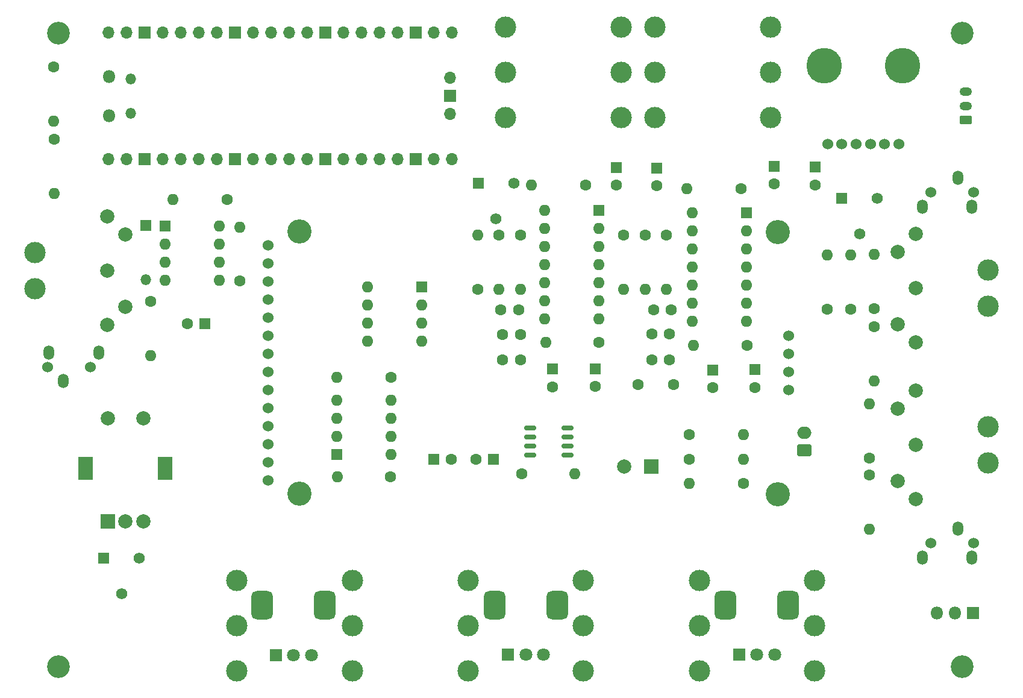
<source format=gbs>
G04 #@! TF.GenerationSoftware,KiCad,Pcbnew,6.0.11+dfsg-1~bpo11+1*
G04 #@! TF.CreationDate,2023-11-13T20:16:46+01:00*
G04 #@! TF.ProjectId,v1_1,76315f31-2e6b-4696-9361-645f70636258,rev?*
G04 #@! TF.SameCoordinates,Original*
G04 #@! TF.FileFunction,Soldermask,Bot*
G04 #@! TF.FilePolarity,Negative*
%FSLAX46Y46*%
G04 Gerber Fmt 4.6, Leading zero omitted, Abs format (unit mm)*
G04 Created by KiCad (PCBNEW 6.0.11+dfsg-1~bpo11+1) date 2023-11-13 20:16:46*
%MOMM*%
%LPD*%
G01*
G04 APERTURE LIST*
G04 Aperture macros list*
%AMRoundRect*
0 Rectangle with rounded corners*
0 $1 Rounding radius*
0 $2 $3 $4 $5 $6 $7 $8 $9 X,Y pos of 4 corners*
0 Add a 4 corners polygon primitive as box body*
4,1,4,$2,$3,$4,$5,$6,$7,$8,$9,$2,$3,0*
0 Add four circle primitives for the rounded corners*
1,1,$1+$1,$2,$3*
1,1,$1+$1,$4,$5*
1,1,$1+$1,$6,$7*
1,1,$1+$1,$8,$9*
0 Add four rect primitives between the rounded corners*
20,1,$1+$1,$2,$3,$4,$5,0*
20,1,$1+$1,$4,$5,$6,$7,0*
20,1,$1+$1,$6,$7,$8,$9,0*
20,1,$1+$1,$8,$9,$2,$3,0*%
G04 Aperture macros list end*
%ADD10R,1.800000X1.800000*%
%ADD11C,1.800000*%
%ADD12RoundRect,0.750000X0.750000X-1.250000X0.750000X1.250000X-0.750000X1.250000X-0.750000X-1.250000X0*%
%ADD13C,1.600000*%
%ADD14O,1.600000X1.600000*%
%ADD15C,3.200000*%
%ADD16RoundRect,0.250000X0.625000X-0.350000X0.625000X0.350000X-0.625000X0.350000X-0.625000X-0.350000X0*%
%ADD17O,1.750000X1.200000*%
%ADD18R,1.560000X1.560000*%
%ADD19C,1.560000*%
%ADD20R,1.500000X1.500000*%
%ADD21O,1.500000X1.500000*%
%ADD22O,1.800000X1.800000*%
%ADD23O,1.700000X1.700000*%
%ADD24R,1.700000X1.700000*%
%ADD25C,1.524000*%
%ADD26C,5.000000*%
%ADD27R,1.600000X1.600000*%
%ADD28C,3.400000*%
%ADD29R,2.000000X2.000000*%
%ADD30C,2.000000*%
%ADD31R,2.000000X3.200000*%
%ADD32O,1.500000X2.000000*%
%ADD33C,3.000000*%
%ADD34RoundRect,0.150000X0.675000X0.150000X-0.675000X0.150000X-0.675000X-0.150000X0.675000X-0.150000X0*%
%ADD35RoundRect,0.250000X0.750000X-0.600000X0.750000X0.600000X-0.750000X0.600000X-0.750000X-0.600000X0*%
%ADD36O,2.000000X1.700000*%
G04 APERTURE END LIST*
D10*
X164740000Y-132975000D03*
D11*
X167240000Y-132975000D03*
X169740000Y-132975000D03*
D12*
X171640000Y-125975000D03*
X162840000Y-125975000D03*
D13*
X127070000Y-80450000D03*
D14*
X127070000Y-72950000D03*
D15*
X228600000Y-45620000D03*
X101600000Y-134620000D03*
D16*
X229066000Y-57880000D03*
D17*
X229066000Y-55880000D03*
X229066000Y-53880000D03*
D13*
X100965000Y-60553600D03*
D14*
X100965000Y-68173600D03*
D18*
X160568000Y-66695600D03*
D19*
X163068000Y-71695600D03*
X165568000Y-66695600D03*
D18*
X107950000Y-119380000D03*
D19*
X110450000Y-124380000D03*
X112950000Y-119380000D03*
D18*
X211647400Y-68829200D03*
D19*
X214147400Y-73829200D03*
X216647400Y-68829200D03*
D20*
X113870000Y-72685000D03*
D21*
X113870000Y-80305000D03*
D22*
X225044000Y-127133000D03*
X227584000Y-127133000D03*
D10*
X230124000Y-127133000D03*
D15*
X228600000Y-134620000D03*
D13*
X114554000Y-83312000D03*
D14*
X114554000Y-90932000D03*
D15*
X101600000Y-45620000D03*
D10*
X197235000Y-132975000D03*
D11*
X199735000Y-132975000D03*
X202235000Y-132975000D03*
D12*
X204135000Y-125975000D03*
X195335000Y-125975000D03*
D22*
X108724000Y-57208000D03*
D21*
X111754000Y-56908000D03*
X111754000Y-52058000D03*
D22*
X108724000Y-51758000D03*
D23*
X108594000Y-63373000D03*
X111134000Y-63373000D03*
D24*
X113674000Y-63373000D03*
D23*
X116214000Y-63373000D03*
X118754000Y-63373000D03*
X121294000Y-63373000D03*
X123834000Y-63373000D03*
D24*
X126374000Y-63373000D03*
D23*
X128914000Y-63373000D03*
X131454000Y-63373000D03*
X133994000Y-63373000D03*
X136534000Y-63373000D03*
D24*
X139074000Y-63373000D03*
D23*
X141614000Y-63373000D03*
X144154000Y-63373000D03*
X146694000Y-63373000D03*
X149234000Y-63373000D03*
D24*
X151774000Y-63373000D03*
D23*
X154314000Y-63373000D03*
X156854000Y-63373000D03*
X156854000Y-45593000D03*
X154314000Y-45593000D03*
D24*
X151774000Y-45593000D03*
D23*
X149234000Y-45593000D03*
X146694000Y-45593000D03*
X144154000Y-45593000D03*
X141614000Y-45593000D03*
D24*
X139074000Y-45593000D03*
D23*
X136534000Y-45593000D03*
X133994000Y-45593000D03*
X131454000Y-45593000D03*
X128914000Y-45593000D03*
D24*
X126374000Y-45593000D03*
D23*
X123834000Y-45593000D03*
X121294000Y-45593000D03*
X118754000Y-45593000D03*
X116214000Y-45593000D03*
D24*
X113674000Y-45593000D03*
D23*
X111134000Y-45593000D03*
X108594000Y-45593000D03*
X156624000Y-57023000D03*
D24*
X156624000Y-54483000D03*
D23*
X156624000Y-51943000D03*
D25*
X211680800Y-61188600D03*
X209680800Y-61188600D03*
X219680800Y-61188600D03*
X213680800Y-61188600D03*
X215680800Y-61188600D03*
X217680800Y-61188600D03*
D26*
X220180800Y-50188600D03*
X209180800Y-50188600D03*
D13*
X100888800Y-50368200D03*
D14*
X100888800Y-57988200D03*
D27*
X116570000Y-72700000D03*
D14*
X116570000Y-75240000D03*
X116570000Y-77780000D03*
X116570000Y-80320000D03*
X124190000Y-80320000D03*
X124190000Y-77780000D03*
X124190000Y-75240000D03*
X124190000Y-72700000D03*
D28*
X202650000Y-110410000D03*
X135430000Y-73510000D03*
X202650000Y-73610000D03*
X135430000Y-110310000D03*
D25*
X131020000Y-75490000D03*
X131020000Y-78030000D03*
X131020000Y-80570000D03*
X131020000Y-83110000D03*
X131020000Y-85650000D03*
X131020000Y-88190000D03*
X131020000Y-90730000D03*
X131020000Y-93270000D03*
X131020000Y-95810000D03*
X131020000Y-98350000D03*
X131020000Y-100890000D03*
X131020000Y-103430000D03*
X131020000Y-105970000D03*
X131020000Y-108510000D03*
X204150000Y-88190000D03*
X204150000Y-90730000D03*
X204150000Y-93270000D03*
X204150000Y-95810000D03*
D10*
X132120000Y-133000000D03*
D11*
X134620000Y-133000000D03*
X137120000Y-133000000D03*
D12*
X139020000Y-126000000D03*
X130220000Y-126000000D03*
D29*
X108500000Y-114250000D03*
D30*
X113500000Y-114250000D03*
X111000000Y-114250000D03*
D31*
X116600000Y-106750000D03*
X105400000Y-106750000D03*
D30*
X113500000Y-99750000D03*
X108500000Y-99750000D03*
D27*
X152644000Y-81280000D03*
D14*
X152644000Y-83820000D03*
X152644000Y-86360000D03*
X152644000Y-88900000D03*
X145024000Y-88900000D03*
X145024000Y-86360000D03*
X145024000Y-83820000D03*
X145024000Y-81280000D03*
D13*
X177550000Y-89125000D03*
D14*
X170050000Y-89125000D03*
D27*
X177500000Y-70500000D03*
D14*
X177500000Y-73040000D03*
X177500000Y-75580000D03*
X177500000Y-78120000D03*
X177500000Y-80660000D03*
X177500000Y-83200000D03*
X177500000Y-85740000D03*
X169880000Y-85740000D03*
X169880000Y-83200000D03*
X169880000Y-80660000D03*
X169880000Y-78120000D03*
X169880000Y-75580000D03*
X169880000Y-73040000D03*
X169880000Y-70500000D03*
D25*
X230168000Y-68002500D03*
X224168000Y-68002500D03*
D32*
X227968000Y-66002500D03*
X229968000Y-70002500D03*
X222968000Y-70002500D03*
D14*
X174149800Y-107500000D03*
D13*
X166649800Y-107500000D03*
D27*
X162730400Y-105500000D03*
D13*
X160230400Y-105500000D03*
D27*
X179954000Y-64500000D03*
D13*
X179954000Y-67000000D03*
X164000000Y-88000000D03*
X166500000Y-88000000D03*
X166250000Y-84500000D03*
X163750000Y-84500000D03*
D27*
X199430000Y-92923800D03*
D13*
X199430000Y-95423800D03*
D33*
X180615000Y-51125000D03*
X164385000Y-51125000D03*
X180615000Y-44775000D03*
X164385000Y-44775000D03*
X180615000Y-57475000D03*
X164385000Y-57475000D03*
D34*
X173125000Y-101095000D03*
X173125000Y-102365000D03*
X173125000Y-103635000D03*
X173125000Y-104905000D03*
X167875000Y-104905000D03*
X167875000Y-103635000D03*
X167875000Y-102365000D03*
X167875000Y-101095000D03*
D25*
X224168000Y-117278500D03*
X230168000Y-117278500D03*
D32*
X227968000Y-115278500D03*
X229968000Y-119278500D03*
X222968000Y-119278500D03*
D13*
X166500000Y-91500000D03*
X164000000Y-91500000D03*
D33*
X126620000Y-128850000D03*
X142850000Y-128850000D03*
X126620000Y-135200000D03*
X142850000Y-135200000D03*
X126620000Y-122500000D03*
X142850000Y-122500000D03*
D13*
X190190000Y-105500000D03*
D14*
X197810000Y-105500000D03*
D35*
X206375000Y-104267000D03*
D36*
X206375000Y-101767000D03*
D13*
X184000000Y-74000000D03*
D14*
X184000000Y-81620000D03*
D13*
X125310000Y-69000000D03*
D14*
X117690000Y-69000000D03*
D13*
X216230200Y-84368000D03*
D14*
X216230200Y-76748000D03*
D27*
X202184000Y-64329700D03*
D13*
X202184000Y-66829700D03*
X215500000Y-107690000D03*
D14*
X215500000Y-115310000D03*
D13*
X160500000Y-81620000D03*
D14*
X160500000Y-74000000D03*
D33*
X201615000Y-51125000D03*
X185385000Y-51125000D03*
X201615000Y-44775000D03*
X185385000Y-44775000D03*
X201615000Y-57475000D03*
X185385000Y-57475000D03*
D27*
X140700000Y-104800000D03*
D14*
X140700000Y-102260000D03*
X140700000Y-99720000D03*
X140700000Y-97180000D03*
X148320000Y-97180000D03*
X148320000Y-99720000D03*
X148320000Y-102260000D03*
X148320000Y-104800000D03*
D13*
X197810000Y-108910000D03*
D14*
X190190000Y-108910000D03*
D13*
X163500000Y-74000000D03*
D14*
X163500000Y-81620000D03*
D13*
X187450000Y-91500000D03*
X184950000Y-91500000D03*
D29*
X184870700Y-106500000D03*
D30*
X181070700Y-106500000D03*
D13*
X148250000Y-108000000D03*
D14*
X140750000Y-108000000D03*
D27*
X122161400Y-86500000D03*
D13*
X119661400Y-86500000D03*
D27*
X177000000Y-92794900D03*
D13*
X177000000Y-95294900D03*
D27*
X198300000Y-70875000D03*
D14*
X198300000Y-73415000D03*
X198300000Y-75955000D03*
X198300000Y-78495000D03*
X198300000Y-81035000D03*
X198300000Y-83575000D03*
X198300000Y-86115000D03*
X190680000Y-86115000D03*
X190680000Y-83575000D03*
X190680000Y-81035000D03*
X190680000Y-78495000D03*
X190680000Y-75955000D03*
X190680000Y-73415000D03*
X190680000Y-70875000D03*
D27*
X207889000Y-64444000D03*
D13*
X207889000Y-66944000D03*
X215500000Y-105310000D03*
D14*
X215500000Y-97690000D03*
D27*
X193500000Y-92974400D03*
D13*
X193500000Y-95474400D03*
X197485000Y-67500000D03*
D14*
X189865000Y-67500000D03*
D13*
X184950000Y-87920000D03*
X187450000Y-87920000D03*
X166500000Y-74000000D03*
D14*
X166500000Y-81620000D03*
D13*
X216230200Y-86868000D03*
D14*
X216230200Y-94488000D03*
D13*
X148310000Y-94000000D03*
D14*
X140690000Y-94000000D03*
D27*
X171000000Y-92810700D03*
D13*
X171000000Y-95310700D03*
X188000000Y-95000000D03*
X183000000Y-95000000D03*
X187000000Y-74000000D03*
D14*
X187000000Y-81620000D03*
D30*
X108445000Y-71380000D03*
X108445000Y-79000000D03*
X108445000Y-86620000D03*
X110985000Y-73920000D03*
X110985000Y-84080000D03*
D33*
X98285000Y-76460000D03*
X98285000Y-81540000D03*
D13*
X212928200Y-84429600D03*
D14*
X212928200Y-76809600D03*
D13*
X209618200Y-84429600D03*
D14*
X209618200Y-76809600D03*
D27*
X154294900Y-105500000D03*
D13*
X156794900Y-105500000D03*
D27*
X185674000Y-64575300D03*
D13*
X185674000Y-67075300D03*
D25*
X106032000Y-92525500D03*
X100032000Y-92525500D03*
D32*
X102232000Y-94525500D03*
X100232000Y-90525500D03*
X107232000Y-90525500D03*
D13*
X187700000Y-84500000D03*
X185200000Y-84500000D03*
D30*
X222055000Y-89120000D03*
X222055000Y-81500000D03*
X222055000Y-73880000D03*
X219515000Y-86580000D03*
X219515000Y-76420000D03*
D33*
X232215000Y-78960000D03*
X232215000Y-84040000D03*
X191620000Y-128850000D03*
X207850000Y-128850000D03*
X191620000Y-135200000D03*
X207850000Y-135200000D03*
X191620000Y-122500000D03*
X207850000Y-122500000D03*
D13*
X190190000Y-102000000D03*
D14*
X197810000Y-102000000D03*
D33*
X159120000Y-128850000D03*
X175350000Y-128850000D03*
X159120000Y-135200000D03*
X175350000Y-135200000D03*
X159120000Y-122500000D03*
X175350000Y-122500000D03*
D13*
X181000000Y-74000000D03*
D14*
X181000000Y-81620000D03*
D30*
X222055000Y-111120000D03*
X222055000Y-103500000D03*
X222055000Y-95880000D03*
X219515000Y-108580000D03*
X219515000Y-98420000D03*
D33*
X232215000Y-106040000D03*
X232215000Y-100960000D03*
D13*
X198350000Y-89500000D03*
D14*
X190850000Y-89500000D03*
D13*
X175641000Y-67000000D03*
D14*
X168021000Y-67000000D03*
M02*

</source>
